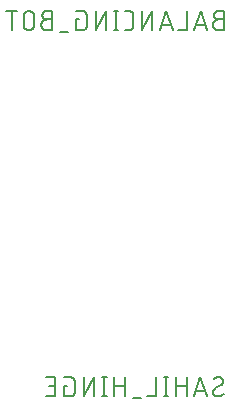
<source format=gbr>
G04 EAGLE Gerber RS-274X export*
G75*
%MOMM*%
%FSLAX34Y34*%
%LPD*%
%INSilkscreen Bottom*%
%IPPOS*%
%AMOC8*
5,1,8,0,0,1.08239X$1,22.5*%
G01*
%ADD10C,0.152400*%


D10*
X700207Y64374D02*
X700209Y64256D01*
X700215Y64138D01*
X700224Y64020D01*
X700238Y63903D01*
X700255Y63786D01*
X700276Y63669D01*
X700301Y63554D01*
X700330Y63439D01*
X700363Y63325D01*
X700399Y63213D01*
X700439Y63102D01*
X700482Y62992D01*
X700529Y62883D01*
X700579Y62776D01*
X700634Y62671D01*
X700691Y62568D01*
X700752Y62467D01*
X700816Y62367D01*
X700883Y62270D01*
X700953Y62175D01*
X701027Y62083D01*
X701103Y61992D01*
X701183Y61905D01*
X701265Y61820D01*
X701350Y61738D01*
X701437Y61658D01*
X701528Y61582D01*
X701620Y61508D01*
X701715Y61438D01*
X701812Y61371D01*
X701912Y61307D01*
X702013Y61246D01*
X702116Y61189D01*
X702221Y61134D01*
X702328Y61084D01*
X702437Y61037D01*
X702547Y60994D01*
X702658Y60954D01*
X702770Y60918D01*
X702884Y60885D01*
X702999Y60856D01*
X703114Y60831D01*
X703231Y60810D01*
X703348Y60793D01*
X703465Y60779D01*
X703583Y60770D01*
X703701Y60764D01*
X703819Y60762D01*
X704002Y60764D01*
X704184Y60771D01*
X704366Y60782D01*
X704548Y60797D01*
X704730Y60817D01*
X704911Y60841D01*
X705091Y60869D01*
X705271Y60901D01*
X705450Y60938D01*
X705627Y60979D01*
X705804Y61025D01*
X705980Y61074D01*
X706155Y61128D01*
X706328Y61186D01*
X706499Y61248D01*
X706670Y61314D01*
X706838Y61385D01*
X707005Y61459D01*
X707170Y61537D01*
X707333Y61619D01*
X707494Y61705D01*
X707653Y61795D01*
X707810Y61889D01*
X707964Y61986D01*
X708116Y62087D01*
X708266Y62192D01*
X708413Y62300D01*
X708557Y62411D01*
X708699Y62526D01*
X708838Y62645D01*
X708974Y62767D01*
X709107Y62892D01*
X709237Y63020D01*
X708786Y73406D02*
X708784Y73524D01*
X708778Y73642D01*
X708769Y73760D01*
X708755Y73877D01*
X708738Y73994D01*
X708717Y74111D01*
X708692Y74226D01*
X708663Y74341D01*
X708630Y74455D01*
X708594Y74567D01*
X708554Y74678D01*
X708511Y74788D01*
X708464Y74897D01*
X708414Y75004D01*
X708359Y75109D01*
X708302Y75212D01*
X708241Y75313D01*
X708177Y75413D01*
X708110Y75510D01*
X708040Y75605D01*
X707966Y75697D01*
X707890Y75788D01*
X707810Y75875D01*
X707728Y75960D01*
X707643Y76042D01*
X707556Y76122D01*
X707465Y76198D01*
X707373Y76272D01*
X707278Y76342D01*
X707181Y76409D01*
X707081Y76473D01*
X706980Y76534D01*
X706877Y76591D01*
X706772Y76646D01*
X706665Y76696D01*
X706556Y76743D01*
X706446Y76786D01*
X706335Y76826D01*
X706223Y76862D01*
X706109Y76895D01*
X705994Y76924D01*
X705879Y76949D01*
X705762Y76970D01*
X705645Y76987D01*
X705528Y77001D01*
X705410Y77010D01*
X705292Y77016D01*
X705174Y77018D01*
X705013Y77016D01*
X704851Y77010D01*
X704690Y77001D01*
X704529Y76987D01*
X704369Y76970D01*
X704209Y76949D01*
X704049Y76924D01*
X703890Y76895D01*
X703732Y76863D01*
X703575Y76827D01*
X703419Y76787D01*
X703263Y76743D01*
X703109Y76695D01*
X702956Y76644D01*
X702804Y76590D01*
X702653Y76531D01*
X702504Y76470D01*
X702357Y76404D01*
X702211Y76335D01*
X702066Y76263D01*
X701924Y76187D01*
X701783Y76108D01*
X701644Y76026D01*
X701508Y75940D01*
X701373Y75851D01*
X701240Y75759D01*
X701110Y75663D01*
X706981Y70245D02*
X707082Y70307D01*
X707182Y70372D01*
X707279Y70441D01*
X707374Y70513D01*
X707467Y70587D01*
X707557Y70665D01*
X707645Y70746D01*
X707730Y70829D01*
X707812Y70915D01*
X707891Y71004D01*
X707968Y71095D01*
X708041Y71189D01*
X708112Y71285D01*
X708179Y71383D01*
X708243Y71483D01*
X708304Y71586D01*
X708361Y71690D01*
X708415Y71796D01*
X708465Y71904D01*
X708512Y72013D01*
X708556Y72124D01*
X708596Y72236D01*
X708632Y72350D01*
X708664Y72464D01*
X708693Y72580D01*
X708718Y72696D01*
X708739Y72813D01*
X708756Y72931D01*
X708770Y73049D01*
X708779Y73168D01*
X708785Y73287D01*
X708787Y73406D01*
X702013Y67535D02*
X701912Y67473D01*
X701812Y67408D01*
X701715Y67339D01*
X701620Y67267D01*
X701527Y67193D01*
X701437Y67115D01*
X701349Y67034D01*
X701264Y66951D01*
X701182Y66865D01*
X701103Y66776D01*
X701026Y66685D01*
X700953Y66591D01*
X700882Y66495D01*
X700815Y66397D01*
X700751Y66297D01*
X700690Y66194D01*
X700633Y66090D01*
X700579Y65984D01*
X700529Y65876D01*
X700482Y65767D01*
X700438Y65656D01*
X700398Y65544D01*
X700362Y65430D01*
X700330Y65316D01*
X700301Y65200D01*
X700276Y65084D01*
X700255Y64967D01*
X700238Y64849D01*
X700224Y64731D01*
X700215Y64612D01*
X700209Y64493D01*
X700207Y64374D01*
X702013Y67535D02*
X706980Y70245D01*
X695031Y60762D02*
X689612Y77018D01*
X684194Y60762D01*
X685548Y64826D02*
X693676Y64826D01*
X677976Y60762D02*
X677976Y77018D01*
X677976Y69793D02*
X668944Y69793D01*
X668944Y77018D02*
X668944Y60762D01*
X660434Y60762D02*
X660434Y77018D01*
X662240Y60762D02*
X658628Y60762D01*
X658628Y77018D02*
X662240Y77018D01*
X651894Y77018D02*
X651894Y60762D01*
X644669Y60762D01*
X639558Y58956D02*
X632333Y58956D01*
X625871Y60762D02*
X625871Y77018D01*
X625871Y69793D02*
X616840Y69793D01*
X616840Y77018D02*
X616840Y60762D01*
X608330Y60762D02*
X608330Y77018D01*
X610136Y60762D02*
X606524Y60762D01*
X606524Y77018D02*
X610136Y77018D01*
X599819Y77018D02*
X599819Y60762D01*
X590788Y60762D02*
X599819Y77018D01*
X590788Y77018D02*
X590788Y60762D01*
X576824Y69793D02*
X574115Y69793D01*
X574115Y60762D01*
X579534Y60762D01*
X579652Y60764D01*
X579770Y60770D01*
X579888Y60779D01*
X580005Y60793D01*
X580122Y60810D01*
X580239Y60831D01*
X580354Y60856D01*
X580469Y60885D01*
X580583Y60918D01*
X580695Y60954D01*
X580806Y60994D01*
X580916Y61037D01*
X581025Y61084D01*
X581132Y61134D01*
X581237Y61189D01*
X581340Y61246D01*
X581441Y61307D01*
X581541Y61371D01*
X581638Y61438D01*
X581733Y61508D01*
X581825Y61582D01*
X581916Y61658D01*
X582003Y61738D01*
X582088Y61820D01*
X582170Y61905D01*
X582250Y61992D01*
X582326Y62083D01*
X582400Y62175D01*
X582470Y62270D01*
X582537Y62367D01*
X582601Y62467D01*
X582662Y62568D01*
X582719Y62671D01*
X582774Y62776D01*
X582824Y62883D01*
X582871Y62992D01*
X582914Y63102D01*
X582954Y63213D01*
X582990Y63325D01*
X583023Y63439D01*
X583052Y63554D01*
X583077Y63669D01*
X583098Y63786D01*
X583115Y63903D01*
X583129Y64020D01*
X583138Y64138D01*
X583144Y64256D01*
X583146Y64374D01*
X583146Y73406D01*
X583144Y73524D01*
X583138Y73642D01*
X583129Y73760D01*
X583115Y73877D01*
X583098Y73994D01*
X583077Y74111D01*
X583052Y74226D01*
X583023Y74341D01*
X582990Y74455D01*
X582954Y74567D01*
X582914Y74678D01*
X582871Y74788D01*
X582824Y74897D01*
X582774Y75004D01*
X582719Y75109D01*
X582662Y75212D01*
X582601Y75313D01*
X582537Y75413D01*
X582470Y75510D01*
X582400Y75605D01*
X582326Y75697D01*
X582250Y75788D01*
X582170Y75875D01*
X582088Y75960D01*
X582003Y76042D01*
X581916Y76122D01*
X581825Y76198D01*
X581733Y76272D01*
X581638Y76342D01*
X581541Y76409D01*
X581441Y76473D01*
X581340Y76534D01*
X581237Y76591D01*
X581132Y76646D01*
X581025Y76696D01*
X580916Y76743D01*
X580806Y76786D01*
X580695Y76826D01*
X580583Y76862D01*
X580469Y76895D01*
X580354Y76924D01*
X580239Y76949D01*
X580122Y76970D01*
X580005Y76987D01*
X579888Y77001D01*
X579770Y77010D01*
X579652Y77016D01*
X579534Y77018D01*
X574115Y77018D01*
X566443Y60762D02*
X559218Y60762D01*
X566443Y60762D02*
X566443Y77018D01*
X559218Y77018D01*
X561024Y69793D02*
X566443Y69793D01*
X704722Y379793D02*
X709238Y379793D01*
X704722Y379794D02*
X704589Y379792D01*
X704457Y379786D01*
X704325Y379776D01*
X704193Y379763D01*
X704061Y379745D01*
X703931Y379724D01*
X703800Y379699D01*
X703671Y379670D01*
X703543Y379637D01*
X703415Y379601D01*
X703289Y379561D01*
X703164Y379517D01*
X703040Y379469D01*
X702918Y379418D01*
X702797Y379363D01*
X702678Y379305D01*
X702560Y379243D01*
X702445Y379178D01*
X702331Y379109D01*
X702220Y379038D01*
X702111Y378962D01*
X702004Y378884D01*
X701899Y378803D01*
X701797Y378718D01*
X701697Y378631D01*
X701600Y378541D01*
X701505Y378448D01*
X701414Y378352D01*
X701325Y378254D01*
X701239Y378153D01*
X701156Y378049D01*
X701076Y377943D01*
X701000Y377835D01*
X700926Y377725D01*
X700856Y377612D01*
X700789Y377498D01*
X700726Y377381D01*
X700666Y377263D01*
X700609Y377143D01*
X700556Y377021D01*
X700507Y376898D01*
X700461Y376774D01*
X700419Y376648D01*
X700381Y376521D01*
X700346Y376393D01*
X700315Y376264D01*
X700288Y376135D01*
X700265Y376004D01*
X700245Y375873D01*
X700230Y375741D01*
X700218Y375609D01*
X700210Y375477D01*
X700206Y375344D01*
X700206Y375212D01*
X700210Y375079D01*
X700218Y374947D01*
X700230Y374815D01*
X700245Y374683D01*
X700265Y374552D01*
X700288Y374421D01*
X700315Y374292D01*
X700346Y374163D01*
X700381Y374035D01*
X700419Y373908D01*
X700461Y373782D01*
X700507Y373658D01*
X700556Y373535D01*
X700609Y373413D01*
X700666Y373293D01*
X700726Y373175D01*
X700789Y373058D01*
X700856Y372944D01*
X700926Y372831D01*
X701000Y372721D01*
X701076Y372613D01*
X701156Y372507D01*
X701239Y372403D01*
X701325Y372302D01*
X701414Y372204D01*
X701505Y372108D01*
X701600Y372015D01*
X701697Y371925D01*
X701797Y371838D01*
X701899Y371753D01*
X702004Y371672D01*
X702111Y371594D01*
X702220Y371518D01*
X702331Y371447D01*
X702445Y371378D01*
X702560Y371313D01*
X702678Y371251D01*
X702797Y371193D01*
X702918Y371138D01*
X703040Y371087D01*
X703164Y371039D01*
X703289Y370995D01*
X703415Y370955D01*
X703543Y370919D01*
X703671Y370886D01*
X703800Y370857D01*
X703931Y370832D01*
X704061Y370811D01*
X704193Y370793D01*
X704325Y370780D01*
X704457Y370770D01*
X704589Y370764D01*
X704722Y370762D01*
X709238Y370762D01*
X709238Y387018D01*
X704722Y387018D01*
X704603Y387016D01*
X704483Y387010D01*
X704364Y387000D01*
X704246Y386986D01*
X704127Y386969D01*
X704010Y386947D01*
X703893Y386922D01*
X703778Y386892D01*
X703663Y386859D01*
X703549Y386822D01*
X703437Y386782D01*
X703326Y386737D01*
X703217Y386689D01*
X703109Y386638D01*
X703003Y386583D01*
X702899Y386524D01*
X702797Y386462D01*
X702697Y386397D01*
X702599Y386328D01*
X702503Y386256D01*
X702410Y386181D01*
X702320Y386104D01*
X702232Y386023D01*
X702147Y385939D01*
X702065Y385852D01*
X701985Y385763D01*
X701909Y385671D01*
X701835Y385577D01*
X701765Y385480D01*
X701698Y385382D01*
X701634Y385281D01*
X701574Y385177D01*
X701517Y385072D01*
X701464Y384965D01*
X701414Y384857D01*
X701368Y384747D01*
X701326Y384635D01*
X701287Y384522D01*
X701252Y384408D01*
X701221Y384293D01*
X701193Y384176D01*
X701170Y384059D01*
X701150Y383942D01*
X701134Y383823D01*
X701122Y383704D01*
X701114Y383585D01*
X701110Y383466D01*
X701110Y383346D01*
X701114Y383227D01*
X701122Y383108D01*
X701134Y382989D01*
X701150Y382870D01*
X701170Y382753D01*
X701193Y382636D01*
X701221Y382519D01*
X701252Y382404D01*
X701287Y382290D01*
X701326Y382177D01*
X701368Y382065D01*
X701414Y381955D01*
X701464Y381847D01*
X701517Y381740D01*
X701574Y381635D01*
X701634Y381531D01*
X701698Y381430D01*
X701765Y381332D01*
X701835Y381235D01*
X701909Y381141D01*
X701985Y381049D01*
X702065Y380960D01*
X702147Y380873D01*
X702232Y380789D01*
X702320Y380708D01*
X702410Y380631D01*
X702503Y380556D01*
X702599Y380484D01*
X702697Y380415D01*
X702797Y380350D01*
X702899Y380288D01*
X703003Y380229D01*
X703109Y380174D01*
X703217Y380123D01*
X703326Y380075D01*
X703437Y380030D01*
X703549Y379990D01*
X703663Y379953D01*
X703778Y379920D01*
X703893Y379890D01*
X704010Y379865D01*
X704127Y379843D01*
X704246Y379826D01*
X704364Y379812D01*
X704483Y379802D01*
X704603Y379796D01*
X704722Y379794D01*
X695242Y370762D02*
X689823Y387018D01*
X684405Y370762D01*
X685759Y374826D02*
X693887Y374826D01*
X678157Y370762D02*
X678157Y387018D01*
X678157Y370762D02*
X670932Y370762D01*
X666064Y370762D02*
X660645Y387018D01*
X655226Y370762D01*
X656581Y374826D02*
X664709Y374826D01*
X649008Y370762D02*
X649008Y387018D01*
X639977Y370762D01*
X639977Y387018D01*
X629283Y370762D02*
X625671Y370762D01*
X629283Y370762D02*
X629401Y370764D01*
X629519Y370770D01*
X629637Y370779D01*
X629754Y370793D01*
X629871Y370810D01*
X629988Y370831D01*
X630103Y370856D01*
X630218Y370885D01*
X630332Y370918D01*
X630444Y370954D01*
X630555Y370994D01*
X630665Y371037D01*
X630774Y371084D01*
X630881Y371134D01*
X630986Y371189D01*
X631089Y371246D01*
X631190Y371307D01*
X631290Y371371D01*
X631387Y371438D01*
X631482Y371508D01*
X631574Y371582D01*
X631665Y371658D01*
X631752Y371738D01*
X631837Y371820D01*
X631919Y371905D01*
X631999Y371992D01*
X632075Y372083D01*
X632149Y372175D01*
X632219Y372270D01*
X632286Y372367D01*
X632350Y372467D01*
X632411Y372568D01*
X632468Y372671D01*
X632523Y372776D01*
X632573Y372883D01*
X632620Y372992D01*
X632663Y373102D01*
X632703Y373213D01*
X632739Y373325D01*
X632772Y373439D01*
X632801Y373554D01*
X632826Y373669D01*
X632847Y373786D01*
X632864Y373903D01*
X632878Y374020D01*
X632887Y374138D01*
X632893Y374256D01*
X632895Y374374D01*
X632895Y383406D01*
X632893Y383524D01*
X632887Y383642D01*
X632878Y383760D01*
X632864Y383877D01*
X632847Y383994D01*
X632826Y384111D01*
X632801Y384226D01*
X632772Y384341D01*
X632739Y384455D01*
X632703Y384567D01*
X632663Y384678D01*
X632620Y384788D01*
X632573Y384897D01*
X632523Y385004D01*
X632468Y385109D01*
X632411Y385212D01*
X632350Y385313D01*
X632286Y385413D01*
X632219Y385510D01*
X632149Y385605D01*
X632075Y385697D01*
X631999Y385788D01*
X631919Y385875D01*
X631837Y385960D01*
X631752Y386042D01*
X631665Y386122D01*
X631574Y386198D01*
X631482Y386272D01*
X631387Y386342D01*
X631290Y386409D01*
X631190Y386473D01*
X631089Y386534D01*
X630986Y386591D01*
X630881Y386646D01*
X630774Y386696D01*
X630665Y386743D01*
X630555Y386786D01*
X630444Y386826D01*
X630332Y386862D01*
X630218Y386895D01*
X630103Y386924D01*
X629988Y386949D01*
X629871Y386970D01*
X629754Y386987D01*
X629637Y387001D01*
X629519Y387010D01*
X629401Y387016D01*
X629283Y387018D01*
X625671Y387018D01*
X618441Y387018D02*
X618441Y370762D01*
X620247Y370762D02*
X616634Y370762D01*
X616634Y387018D02*
X620247Y387018D01*
X609930Y387018D02*
X609930Y370762D01*
X600899Y370762D02*
X609930Y387018D01*
X600899Y387018D02*
X600899Y370762D01*
X586935Y379793D02*
X584226Y379793D01*
X584226Y370762D01*
X589644Y370762D01*
X589762Y370764D01*
X589880Y370770D01*
X589998Y370779D01*
X590115Y370793D01*
X590232Y370810D01*
X590349Y370831D01*
X590464Y370856D01*
X590579Y370885D01*
X590693Y370918D01*
X590805Y370954D01*
X590916Y370994D01*
X591026Y371037D01*
X591135Y371084D01*
X591242Y371134D01*
X591347Y371189D01*
X591450Y371246D01*
X591551Y371307D01*
X591651Y371371D01*
X591748Y371438D01*
X591843Y371508D01*
X591935Y371582D01*
X592026Y371658D01*
X592113Y371738D01*
X592198Y371820D01*
X592280Y371905D01*
X592360Y371992D01*
X592436Y372083D01*
X592510Y372175D01*
X592580Y372270D01*
X592647Y372367D01*
X592711Y372467D01*
X592772Y372568D01*
X592829Y372671D01*
X592884Y372776D01*
X592934Y372883D01*
X592981Y372992D01*
X593024Y373102D01*
X593064Y373213D01*
X593100Y373325D01*
X593133Y373439D01*
X593162Y373554D01*
X593187Y373669D01*
X593208Y373786D01*
X593225Y373903D01*
X593239Y374020D01*
X593248Y374138D01*
X593254Y374256D01*
X593256Y374374D01*
X593257Y374374D02*
X593257Y383406D01*
X593256Y383406D02*
X593254Y383524D01*
X593248Y383642D01*
X593239Y383760D01*
X593225Y383877D01*
X593208Y383994D01*
X593187Y384111D01*
X593162Y384226D01*
X593133Y384341D01*
X593100Y384455D01*
X593064Y384567D01*
X593024Y384678D01*
X592981Y384788D01*
X592934Y384897D01*
X592884Y385004D01*
X592829Y385109D01*
X592772Y385212D01*
X592711Y385313D01*
X592647Y385413D01*
X592580Y385510D01*
X592510Y385605D01*
X592436Y385697D01*
X592360Y385788D01*
X592280Y385875D01*
X592198Y385960D01*
X592113Y386042D01*
X592026Y386122D01*
X591935Y386198D01*
X591843Y386272D01*
X591748Y386342D01*
X591651Y386409D01*
X591551Y386473D01*
X591450Y386534D01*
X591347Y386591D01*
X591242Y386646D01*
X591135Y386696D01*
X591026Y386743D01*
X590916Y386786D01*
X590805Y386826D01*
X590693Y386862D01*
X590579Y386895D01*
X590464Y386924D01*
X590349Y386949D01*
X590232Y386970D01*
X590115Y386987D01*
X589998Y387001D01*
X589880Y387010D01*
X589762Y387016D01*
X589644Y387018D01*
X584226Y387018D01*
X577765Y368956D02*
X570540Y368956D01*
X563868Y379793D02*
X559352Y379793D01*
X559352Y379794D02*
X559219Y379792D01*
X559087Y379786D01*
X558955Y379776D01*
X558823Y379763D01*
X558691Y379745D01*
X558561Y379724D01*
X558430Y379699D01*
X558301Y379670D01*
X558173Y379637D01*
X558045Y379601D01*
X557919Y379561D01*
X557794Y379517D01*
X557670Y379469D01*
X557548Y379418D01*
X557427Y379363D01*
X557308Y379305D01*
X557190Y379243D01*
X557075Y379178D01*
X556961Y379109D01*
X556850Y379038D01*
X556741Y378962D01*
X556634Y378884D01*
X556529Y378803D01*
X556427Y378718D01*
X556327Y378631D01*
X556230Y378541D01*
X556135Y378448D01*
X556044Y378352D01*
X555955Y378254D01*
X555869Y378153D01*
X555786Y378049D01*
X555706Y377943D01*
X555630Y377835D01*
X555556Y377725D01*
X555486Y377612D01*
X555419Y377498D01*
X555356Y377381D01*
X555296Y377263D01*
X555239Y377143D01*
X555186Y377021D01*
X555137Y376898D01*
X555091Y376774D01*
X555049Y376648D01*
X555011Y376521D01*
X554976Y376393D01*
X554945Y376264D01*
X554918Y376135D01*
X554895Y376004D01*
X554875Y375873D01*
X554860Y375741D01*
X554848Y375609D01*
X554840Y375477D01*
X554836Y375344D01*
X554836Y375212D01*
X554840Y375079D01*
X554848Y374947D01*
X554860Y374815D01*
X554875Y374683D01*
X554895Y374552D01*
X554918Y374421D01*
X554945Y374292D01*
X554976Y374163D01*
X555011Y374035D01*
X555049Y373908D01*
X555091Y373782D01*
X555137Y373658D01*
X555186Y373535D01*
X555239Y373413D01*
X555296Y373293D01*
X555356Y373175D01*
X555419Y373058D01*
X555486Y372944D01*
X555556Y372831D01*
X555630Y372721D01*
X555706Y372613D01*
X555786Y372507D01*
X555869Y372403D01*
X555955Y372302D01*
X556044Y372204D01*
X556135Y372108D01*
X556230Y372015D01*
X556327Y371925D01*
X556427Y371838D01*
X556529Y371753D01*
X556634Y371672D01*
X556741Y371594D01*
X556850Y371518D01*
X556961Y371447D01*
X557075Y371378D01*
X557190Y371313D01*
X557308Y371251D01*
X557427Y371193D01*
X557548Y371138D01*
X557670Y371087D01*
X557794Y371039D01*
X557919Y370995D01*
X558045Y370955D01*
X558173Y370919D01*
X558301Y370886D01*
X558430Y370857D01*
X558561Y370832D01*
X558691Y370811D01*
X558823Y370793D01*
X558955Y370780D01*
X559087Y370770D01*
X559219Y370764D01*
X559352Y370762D01*
X563868Y370762D01*
X563868Y387018D01*
X559352Y387018D01*
X559233Y387016D01*
X559113Y387010D01*
X558994Y387000D01*
X558876Y386986D01*
X558757Y386969D01*
X558640Y386947D01*
X558523Y386922D01*
X558408Y386892D01*
X558293Y386859D01*
X558179Y386822D01*
X558067Y386782D01*
X557956Y386737D01*
X557847Y386689D01*
X557739Y386638D01*
X557633Y386583D01*
X557529Y386524D01*
X557427Y386462D01*
X557327Y386397D01*
X557229Y386328D01*
X557133Y386256D01*
X557040Y386181D01*
X556950Y386104D01*
X556862Y386023D01*
X556777Y385939D01*
X556695Y385852D01*
X556615Y385763D01*
X556539Y385671D01*
X556465Y385577D01*
X556395Y385480D01*
X556328Y385382D01*
X556264Y385281D01*
X556204Y385177D01*
X556147Y385072D01*
X556094Y384965D01*
X556044Y384857D01*
X555998Y384747D01*
X555956Y384635D01*
X555917Y384522D01*
X555882Y384408D01*
X555851Y384293D01*
X555823Y384176D01*
X555800Y384059D01*
X555780Y383942D01*
X555764Y383823D01*
X555752Y383704D01*
X555744Y383585D01*
X555740Y383466D01*
X555740Y383346D01*
X555744Y383227D01*
X555752Y383108D01*
X555764Y382989D01*
X555780Y382870D01*
X555800Y382753D01*
X555823Y382636D01*
X555851Y382519D01*
X555882Y382404D01*
X555917Y382290D01*
X555956Y382177D01*
X555998Y382065D01*
X556044Y381955D01*
X556094Y381847D01*
X556147Y381740D01*
X556204Y381635D01*
X556264Y381531D01*
X556328Y381430D01*
X556395Y381332D01*
X556465Y381235D01*
X556539Y381141D01*
X556615Y381049D01*
X556695Y380960D01*
X556777Y380873D01*
X556862Y380789D01*
X556950Y380708D01*
X557040Y380631D01*
X557133Y380556D01*
X557229Y380484D01*
X557327Y380415D01*
X557427Y380350D01*
X557529Y380288D01*
X557633Y380229D01*
X557739Y380174D01*
X557847Y380123D01*
X557956Y380075D01*
X558067Y380030D01*
X558179Y379990D01*
X558293Y379953D01*
X558408Y379920D01*
X558523Y379890D01*
X558640Y379865D01*
X558757Y379843D01*
X558876Y379826D01*
X558994Y379812D01*
X559113Y379802D01*
X559233Y379796D01*
X559352Y379794D01*
X548968Y382502D02*
X548968Y375278D01*
X548969Y382502D02*
X548967Y382635D01*
X548961Y382767D01*
X548951Y382899D01*
X548938Y383031D01*
X548920Y383163D01*
X548899Y383293D01*
X548874Y383424D01*
X548845Y383553D01*
X548812Y383681D01*
X548776Y383809D01*
X548736Y383935D01*
X548692Y384060D01*
X548644Y384184D01*
X548593Y384306D01*
X548538Y384427D01*
X548480Y384546D01*
X548418Y384664D01*
X548353Y384779D01*
X548284Y384893D01*
X548213Y385004D01*
X548137Y385113D01*
X548059Y385220D01*
X547978Y385325D01*
X547893Y385427D01*
X547806Y385527D01*
X547716Y385624D01*
X547623Y385719D01*
X547527Y385810D01*
X547429Y385899D01*
X547328Y385985D01*
X547224Y386068D01*
X547118Y386148D01*
X547010Y386224D01*
X546900Y386298D01*
X546787Y386368D01*
X546673Y386435D01*
X546556Y386498D01*
X546438Y386558D01*
X546318Y386615D01*
X546196Y386668D01*
X546073Y386717D01*
X545949Y386763D01*
X545823Y386805D01*
X545696Y386843D01*
X545568Y386878D01*
X545439Y386909D01*
X545310Y386936D01*
X545179Y386959D01*
X545048Y386979D01*
X544916Y386994D01*
X544784Y387006D01*
X544652Y387014D01*
X544519Y387018D01*
X544387Y387018D01*
X544254Y387014D01*
X544122Y387006D01*
X543990Y386994D01*
X543858Y386979D01*
X543727Y386959D01*
X543596Y386936D01*
X543467Y386909D01*
X543338Y386878D01*
X543210Y386843D01*
X543083Y386805D01*
X542957Y386763D01*
X542833Y386717D01*
X542710Y386668D01*
X542588Y386615D01*
X542468Y386558D01*
X542350Y386498D01*
X542233Y386435D01*
X542119Y386368D01*
X542006Y386298D01*
X541896Y386224D01*
X541788Y386148D01*
X541682Y386068D01*
X541578Y385985D01*
X541477Y385899D01*
X541379Y385810D01*
X541283Y385719D01*
X541190Y385624D01*
X541100Y385527D01*
X541013Y385427D01*
X540928Y385325D01*
X540847Y385220D01*
X540769Y385113D01*
X540693Y385004D01*
X540622Y384893D01*
X540553Y384779D01*
X540488Y384664D01*
X540426Y384546D01*
X540368Y384427D01*
X540313Y384306D01*
X540262Y384184D01*
X540214Y384060D01*
X540170Y383935D01*
X540130Y383809D01*
X540094Y383681D01*
X540061Y383553D01*
X540032Y383424D01*
X540007Y383293D01*
X539986Y383163D01*
X539968Y383031D01*
X539955Y382899D01*
X539945Y382767D01*
X539939Y382635D01*
X539937Y382502D01*
X539937Y375278D01*
X539939Y375145D01*
X539945Y375013D01*
X539955Y374881D01*
X539968Y374749D01*
X539986Y374617D01*
X540007Y374487D01*
X540032Y374356D01*
X540061Y374227D01*
X540094Y374099D01*
X540130Y373971D01*
X540170Y373845D01*
X540214Y373720D01*
X540262Y373596D01*
X540313Y373474D01*
X540368Y373353D01*
X540426Y373234D01*
X540488Y373116D01*
X540553Y373001D01*
X540622Y372887D01*
X540693Y372776D01*
X540769Y372667D01*
X540847Y372560D01*
X540928Y372455D01*
X541013Y372353D01*
X541100Y372253D01*
X541190Y372156D01*
X541283Y372061D01*
X541379Y371970D01*
X541477Y371881D01*
X541578Y371795D01*
X541682Y371712D01*
X541788Y371632D01*
X541896Y371556D01*
X542006Y371482D01*
X542119Y371412D01*
X542233Y371345D01*
X542350Y371282D01*
X542468Y371222D01*
X542588Y371165D01*
X542710Y371112D01*
X542833Y371063D01*
X542957Y371017D01*
X543083Y370975D01*
X543210Y370937D01*
X543338Y370902D01*
X543467Y370871D01*
X543596Y370844D01*
X543727Y370821D01*
X543858Y370801D01*
X543990Y370786D01*
X544122Y370774D01*
X544254Y370766D01*
X544387Y370762D01*
X544519Y370762D01*
X544652Y370766D01*
X544784Y370774D01*
X544916Y370786D01*
X545048Y370801D01*
X545179Y370821D01*
X545310Y370844D01*
X545439Y370871D01*
X545568Y370902D01*
X545696Y370937D01*
X545823Y370975D01*
X545949Y371017D01*
X546073Y371063D01*
X546196Y371112D01*
X546318Y371165D01*
X546438Y371222D01*
X546556Y371282D01*
X546673Y371345D01*
X546787Y371412D01*
X546900Y371482D01*
X547010Y371556D01*
X547118Y371632D01*
X547224Y371712D01*
X547328Y371795D01*
X547429Y371881D01*
X547527Y371970D01*
X547623Y372061D01*
X547716Y372156D01*
X547806Y372253D01*
X547893Y372353D01*
X547978Y372455D01*
X548059Y372560D01*
X548137Y372667D01*
X548213Y372776D01*
X548284Y372887D01*
X548353Y373001D01*
X548418Y373116D01*
X548480Y373234D01*
X548538Y373353D01*
X548593Y373474D01*
X548644Y373596D01*
X548692Y373720D01*
X548736Y373845D01*
X548776Y373971D01*
X548812Y374099D01*
X548845Y374227D01*
X548874Y374356D01*
X548899Y374487D01*
X548920Y374617D01*
X548938Y374749D01*
X548951Y374881D01*
X548961Y375013D01*
X548967Y375145D01*
X548969Y375278D01*
X529864Y370762D02*
X529864Y387018D01*
X534379Y387018D02*
X525348Y387018D01*
M02*

</source>
